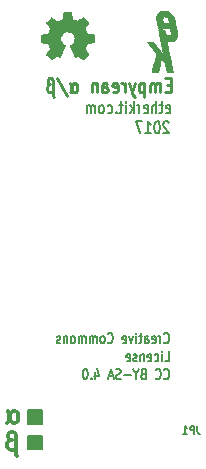
<source format=gbo>
G04 #@! TF.FileFunction,Legend,Bot*
%FSLAX46Y46*%
G04 Gerber Fmt 4.6, Leading zero omitted, Abs format (unit mm)*
G04 Created by KiCad (PCBNEW 4.0.6-e0-6349~53~ubuntu16.04.1) date Sat Mar  4 14:09:25 2017*
%MOMM*%
%LPD*%
G01*
G04 APERTURE LIST*
%ADD10C,0.100000*%
%ADD11C,0.175000*%
%ADD12C,0.200000*%
%ADD13C,0.250000*%
%ADD14C,0.300000*%
%ADD15C,0.002540*%
%ADD16C,0.150000*%
G04 APERTURE END LIST*
D10*
D11*
X138883333Y-135246429D02*
X138916667Y-135289286D01*
X139016667Y-135332143D01*
X139083333Y-135332143D01*
X139183333Y-135289286D01*
X139250000Y-135203571D01*
X139283333Y-135117857D01*
X139316667Y-134946429D01*
X139316667Y-134817857D01*
X139283333Y-134646429D01*
X139250000Y-134560714D01*
X139183333Y-134475000D01*
X139083333Y-134432143D01*
X139016667Y-134432143D01*
X138916667Y-134475000D01*
X138883333Y-134517857D01*
X138583333Y-135332143D02*
X138583333Y-134732143D01*
X138583333Y-134903571D02*
X138550000Y-134817857D01*
X138516667Y-134775000D01*
X138450000Y-134732143D01*
X138383333Y-134732143D01*
X137883334Y-135289286D02*
X137950000Y-135332143D01*
X138083334Y-135332143D01*
X138150000Y-135289286D01*
X138183334Y-135203571D01*
X138183334Y-134860714D01*
X138150000Y-134775000D01*
X138083334Y-134732143D01*
X137950000Y-134732143D01*
X137883334Y-134775000D01*
X137850000Y-134860714D01*
X137850000Y-134946429D01*
X138183334Y-135032143D01*
X137250000Y-135332143D02*
X137250000Y-134860714D01*
X137283334Y-134775000D01*
X137350000Y-134732143D01*
X137483334Y-134732143D01*
X137550000Y-134775000D01*
X137250000Y-135289286D02*
X137316667Y-135332143D01*
X137483334Y-135332143D01*
X137550000Y-135289286D01*
X137583334Y-135203571D01*
X137583334Y-135117857D01*
X137550000Y-135032143D01*
X137483334Y-134989286D01*
X137316667Y-134989286D01*
X137250000Y-134946429D01*
X137016667Y-134732143D02*
X136750001Y-134732143D01*
X136916667Y-134432143D02*
X136916667Y-135203571D01*
X136883334Y-135289286D01*
X136816667Y-135332143D01*
X136750001Y-135332143D01*
X136516667Y-135332143D02*
X136516667Y-134732143D01*
X136516667Y-134432143D02*
X136550001Y-134475000D01*
X136516667Y-134517857D01*
X136483334Y-134475000D01*
X136516667Y-134432143D01*
X136516667Y-134517857D01*
X136250001Y-134732143D02*
X136083334Y-135332143D01*
X135916668Y-134732143D01*
X135383335Y-135289286D02*
X135450001Y-135332143D01*
X135583335Y-135332143D01*
X135650001Y-135289286D01*
X135683335Y-135203571D01*
X135683335Y-134860714D01*
X135650001Y-134775000D01*
X135583335Y-134732143D01*
X135450001Y-134732143D01*
X135383335Y-134775000D01*
X135350001Y-134860714D01*
X135350001Y-134946429D01*
X135683335Y-135032143D01*
X134116668Y-135246429D02*
X134150002Y-135289286D01*
X134250002Y-135332143D01*
X134316668Y-135332143D01*
X134416668Y-135289286D01*
X134483335Y-135203571D01*
X134516668Y-135117857D01*
X134550002Y-134946429D01*
X134550002Y-134817857D01*
X134516668Y-134646429D01*
X134483335Y-134560714D01*
X134416668Y-134475000D01*
X134316668Y-134432143D01*
X134250002Y-134432143D01*
X134150002Y-134475000D01*
X134116668Y-134517857D01*
X133716668Y-135332143D02*
X133783335Y-135289286D01*
X133816668Y-135246429D01*
X133850002Y-135160714D01*
X133850002Y-134903571D01*
X133816668Y-134817857D01*
X133783335Y-134775000D01*
X133716668Y-134732143D01*
X133616668Y-134732143D01*
X133550002Y-134775000D01*
X133516668Y-134817857D01*
X133483335Y-134903571D01*
X133483335Y-135160714D01*
X133516668Y-135246429D01*
X133550002Y-135289286D01*
X133616668Y-135332143D01*
X133716668Y-135332143D01*
X133183335Y-135332143D02*
X133183335Y-134732143D01*
X133183335Y-134817857D02*
X133150002Y-134775000D01*
X133083335Y-134732143D01*
X132983335Y-134732143D01*
X132916669Y-134775000D01*
X132883335Y-134860714D01*
X132883335Y-135332143D01*
X132883335Y-134860714D02*
X132850002Y-134775000D01*
X132783335Y-134732143D01*
X132683335Y-134732143D01*
X132616669Y-134775000D01*
X132583335Y-134860714D01*
X132583335Y-135332143D01*
X132250002Y-135332143D02*
X132250002Y-134732143D01*
X132250002Y-134817857D02*
X132216669Y-134775000D01*
X132150002Y-134732143D01*
X132050002Y-134732143D01*
X131983336Y-134775000D01*
X131950002Y-134860714D01*
X131950002Y-135332143D01*
X131950002Y-134860714D02*
X131916669Y-134775000D01*
X131850002Y-134732143D01*
X131750002Y-134732143D01*
X131683336Y-134775000D01*
X131650002Y-134860714D01*
X131650002Y-135332143D01*
X131216669Y-135332143D02*
X131283336Y-135289286D01*
X131316669Y-135246429D01*
X131350003Y-135160714D01*
X131350003Y-134903571D01*
X131316669Y-134817857D01*
X131283336Y-134775000D01*
X131216669Y-134732143D01*
X131116669Y-134732143D01*
X131050003Y-134775000D01*
X131016669Y-134817857D01*
X130983336Y-134903571D01*
X130983336Y-135160714D01*
X131016669Y-135246429D01*
X131050003Y-135289286D01*
X131116669Y-135332143D01*
X131216669Y-135332143D01*
X130683336Y-134732143D02*
X130683336Y-135332143D01*
X130683336Y-134817857D02*
X130650003Y-134775000D01*
X130583336Y-134732143D01*
X130483336Y-134732143D01*
X130416670Y-134775000D01*
X130383336Y-134860714D01*
X130383336Y-135332143D01*
X130083337Y-135289286D02*
X130016670Y-135332143D01*
X129883337Y-135332143D01*
X129816670Y-135289286D01*
X129783337Y-135203571D01*
X129783337Y-135160714D01*
X129816670Y-135075000D01*
X129883337Y-135032143D01*
X129983337Y-135032143D01*
X130050003Y-134989286D01*
X130083337Y-134903571D01*
X130083337Y-134860714D01*
X130050003Y-134775000D01*
X129983337Y-134732143D01*
X129883337Y-134732143D01*
X129816670Y-134775000D01*
X138950000Y-136857143D02*
X139283333Y-136857143D01*
X139283333Y-135957143D01*
X138716666Y-136857143D02*
X138716666Y-136257143D01*
X138716666Y-135957143D02*
X138750000Y-136000000D01*
X138716666Y-136042857D01*
X138683333Y-136000000D01*
X138716666Y-135957143D01*
X138716666Y-136042857D01*
X138083333Y-136814286D02*
X138150000Y-136857143D01*
X138283333Y-136857143D01*
X138350000Y-136814286D01*
X138383333Y-136771429D01*
X138416667Y-136685714D01*
X138416667Y-136428571D01*
X138383333Y-136342857D01*
X138350000Y-136300000D01*
X138283333Y-136257143D01*
X138150000Y-136257143D01*
X138083333Y-136300000D01*
X137516667Y-136814286D02*
X137583333Y-136857143D01*
X137716667Y-136857143D01*
X137783333Y-136814286D01*
X137816667Y-136728571D01*
X137816667Y-136385714D01*
X137783333Y-136300000D01*
X137716667Y-136257143D01*
X137583333Y-136257143D01*
X137516667Y-136300000D01*
X137483333Y-136385714D01*
X137483333Y-136471429D01*
X137816667Y-136557143D01*
X137183333Y-136257143D02*
X137183333Y-136857143D01*
X137183333Y-136342857D02*
X137150000Y-136300000D01*
X137083333Y-136257143D01*
X136983333Y-136257143D01*
X136916667Y-136300000D01*
X136883333Y-136385714D01*
X136883333Y-136857143D01*
X136583334Y-136814286D02*
X136516667Y-136857143D01*
X136383334Y-136857143D01*
X136316667Y-136814286D01*
X136283334Y-136728571D01*
X136283334Y-136685714D01*
X136316667Y-136600000D01*
X136383334Y-136557143D01*
X136483334Y-136557143D01*
X136550000Y-136514286D01*
X136583334Y-136428571D01*
X136583334Y-136385714D01*
X136550000Y-136300000D01*
X136483334Y-136257143D01*
X136383334Y-136257143D01*
X136316667Y-136300000D01*
X135716667Y-136814286D02*
X135783333Y-136857143D01*
X135916667Y-136857143D01*
X135983333Y-136814286D01*
X136016667Y-136728571D01*
X136016667Y-136385714D01*
X135983333Y-136300000D01*
X135916667Y-136257143D01*
X135783333Y-136257143D01*
X135716667Y-136300000D01*
X135683333Y-136385714D01*
X135683333Y-136471429D01*
X136016667Y-136557143D01*
X138883333Y-138296429D02*
X138916667Y-138339286D01*
X139016667Y-138382143D01*
X139083333Y-138382143D01*
X139183333Y-138339286D01*
X139250000Y-138253571D01*
X139283333Y-138167857D01*
X139316667Y-137996429D01*
X139316667Y-137867857D01*
X139283333Y-137696429D01*
X139250000Y-137610714D01*
X139183333Y-137525000D01*
X139083333Y-137482143D01*
X139016667Y-137482143D01*
X138916667Y-137525000D01*
X138883333Y-137567857D01*
X138183333Y-138296429D02*
X138216667Y-138339286D01*
X138316667Y-138382143D01*
X138383333Y-138382143D01*
X138483333Y-138339286D01*
X138550000Y-138253571D01*
X138583333Y-138167857D01*
X138616667Y-137996429D01*
X138616667Y-137867857D01*
X138583333Y-137696429D01*
X138550000Y-137610714D01*
X138483333Y-137525000D01*
X138383333Y-137482143D01*
X138316667Y-137482143D01*
X138216667Y-137525000D01*
X138183333Y-137567857D01*
X137116667Y-137910714D02*
X137016667Y-137953571D01*
X136983334Y-137996429D01*
X136950000Y-138082143D01*
X136950000Y-138210714D01*
X136983334Y-138296429D01*
X137016667Y-138339286D01*
X137083334Y-138382143D01*
X137350000Y-138382143D01*
X137350000Y-137482143D01*
X137116667Y-137482143D01*
X137050000Y-137525000D01*
X137016667Y-137567857D01*
X136983334Y-137653571D01*
X136983334Y-137739286D01*
X137016667Y-137825000D01*
X137050000Y-137867857D01*
X137116667Y-137910714D01*
X137350000Y-137910714D01*
X136516667Y-137953571D02*
X136516667Y-138382143D01*
X136750000Y-137482143D02*
X136516667Y-137953571D01*
X136283334Y-137482143D01*
X136050000Y-138039286D02*
X135516667Y-138039286D01*
X135216667Y-138339286D02*
X135116667Y-138382143D01*
X134950000Y-138382143D01*
X134883333Y-138339286D01*
X134850000Y-138296429D01*
X134816667Y-138210714D01*
X134816667Y-138125000D01*
X134850000Y-138039286D01*
X134883333Y-137996429D01*
X134950000Y-137953571D01*
X135083333Y-137910714D01*
X135150000Y-137867857D01*
X135183333Y-137825000D01*
X135216667Y-137739286D01*
X135216667Y-137653571D01*
X135183333Y-137567857D01*
X135150000Y-137525000D01*
X135083333Y-137482143D01*
X134916667Y-137482143D01*
X134816667Y-137525000D01*
X134550000Y-138125000D02*
X134216666Y-138125000D01*
X134616666Y-138382143D02*
X134383333Y-137482143D01*
X134150000Y-138382143D01*
X133083333Y-137782143D02*
X133083333Y-138382143D01*
X133250000Y-137439286D02*
X133416667Y-138082143D01*
X132983333Y-138082143D01*
X132716666Y-138296429D02*
X132683333Y-138339286D01*
X132716666Y-138382143D01*
X132750000Y-138339286D01*
X132716666Y-138296429D01*
X132716666Y-138382143D01*
X132250000Y-137482143D02*
X132183333Y-137482143D01*
X132116667Y-137525000D01*
X132083333Y-137567857D01*
X132050000Y-137653571D01*
X132016667Y-137825000D01*
X132016667Y-138039286D01*
X132050000Y-138210714D01*
X132083333Y-138296429D01*
X132116667Y-138339286D01*
X132183333Y-138382143D01*
X132250000Y-138382143D01*
X132316667Y-138339286D01*
X132350000Y-138296429D01*
X132383333Y-138210714D01*
X132416667Y-138039286D01*
X132416667Y-137825000D01*
X132383333Y-137653571D01*
X132350000Y-137567857D01*
X132316667Y-137525000D01*
X132250000Y-137482143D01*
D12*
X139297619Y-116647619D02*
X139259524Y-116600000D01*
X139183333Y-116552381D01*
X138992857Y-116552381D01*
X138916667Y-116600000D01*
X138878571Y-116647619D01*
X138840476Y-116742857D01*
X138840476Y-116838095D01*
X138878571Y-116980952D01*
X139335714Y-117552381D01*
X138840476Y-117552381D01*
X138345238Y-116552381D02*
X138269047Y-116552381D01*
X138192857Y-116600000D01*
X138154762Y-116647619D01*
X138116666Y-116742857D01*
X138078571Y-116933333D01*
X138078571Y-117171429D01*
X138116666Y-117361905D01*
X138154762Y-117457143D01*
X138192857Y-117504762D01*
X138269047Y-117552381D01*
X138345238Y-117552381D01*
X138421428Y-117504762D01*
X138459524Y-117457143D01*
X138497619Y-117361905D01*
X138535714Y-117171429D01*
X138535714Y-116933333D01*
X138497619Y-116742857D01*
X138459524Y-116647619D01*
X138421428Y-116600000D01*
X138345238Y-116552381D01*
X137316666Y-117552381D02*
X137773809Y-117552381D01*
X137545238Y-117552381D02*
X137545238Y-116552381D01*
X137621428Y-116695238D01*
X137697619Y-116790476D01*
X137773809Y-116838095D01*
X137049999Y-116552381D02*
X136516666Y-116552381D01*
X136859523Y-117552381D01*
X139054762Y-115804762D02*
X139130952Y-115852381D01*
X139283333Y-115852381D01*
X139359524Y-115804762D01*
X139397619Y-115709524D01*
X139397619Y-115328571D01*
X139359524Y-115233333D01*
X139283333Y-115185714D01*
X139130952Y-115185714D01*
X139054762Y-115233333D01*
X139016667Y-115328571D01*
X139016667Y-115423810D01*
X139397619Y-115519048D01*
X138788096Y-115185714D02*
X138483334Y-115185714D01*
X138673810Y-114852381D02*
X138673810Y-115709524D01*
X138635715Y-115804762D01*
X138559524Y-115852381D01*
X138483334Y-115852381D01*
X138216667Y-115852381D02*
X138216667Y-114852381D01*
X137873810Y-115852381D02*
X137873810Y-115328571D01*
X137911905Y-115233333D01*
X137988095Y-115185714D01*
X138102381Y-115185714D01*
X138178572Y-115233333D01*
X138216667Y-115280952D01*
X137188095Y-115804762D02*
X137264285Y-115852381D01*
X137416666Y-115852381D01*
X137492857Y-115804762D01*
X137530952Y-115709524D01*
X137530952Y-115328571D01*
X137492857Y-115233333D01*
X137416666Y-115185714D01*
X137264285Y-115185714D01*
X137188095Y-115233333D01*
X137150000Y-115328571D01*
X137150000Y-115423810D01*
X137530952Y-115519048D01*
X136807143Y-115852381D02*
X136807143Y-115185714D01*
X136807143Y-115376190D02*
X136769048Y-115280952D01*
X136730952Y-115233333D01*
X136654762Y-115185714D01*
X136578571Y-115185714D01*
X136311905Y-115852381D02*
X136311905Y-114852381D01*
X136235714Y-115471429D02*
X136007143Y-115852381D01*
X136007143Y-115185714D02*
X136311905Y-115566667D01*
X135664286Y-115852381D02*
X135664286Y-115185714D01*
X135664286Y-114852381D02*
X135702381Y-114900000D01*
X135664286Y-114947619D01*
X135626191Y-114900000D01*
X135664286Y-114852381D01*
X135664286Y-114947619D01*
X135397620Y-115185714D02*
X135092858Y-115185714D01*
X135283334Y-114852381D02*
X135283334Y-115709524D01*
X135245239Y-115804762D01*
X135169048Y-115852381D01*
X135092858Y-115852381D01*
X134826191Y-115757143D02*
X134788096Y-115804762D01*
X134826191Y-115852381D01*
X134864286Y-115804762D01*
X134826191Y-115757143D01*
X134826191Y-115852381D01*
X134102382Y-115804762D02*
X134178572Y-115852381D01*
X134330953Y-115852381D01*
X134407144Y-115804762D01*
X134445239Y-115757143D01*
X134483334Y-115661905D01*
X134483334Y-115376190D01*
X134445239Y-115280952D01*
X134407144Y-115233333D01*
X134330953Y-115185714D01*
X134178572Y-115185714D01*
X134102382Y-115233333D01*
X133645239Y-115852381D02*
X133721430Y-115804762D01*
X133759525Y-115757143D01*
X133797620Y-115661905D01*
X133797620Y-115376190D01*
X133759525Y-115280952D01*
X133721430Y-115233333D01*
X133645239Y-115185714D01*
X133530953Y-115185714D01*
X133454763Y-115233333D01*
X133416668Y-115280952D01*
X133378572Y-115376190D01*
X133378572Y-115661905D01*
X133416668Y-115757143D01*
X133454763Y-115804762D01*
X133530953Y-115852381D01*
X133645239Y-115852381D01*
X133035715Y-115852381D02*
X133035715Y-115185714D01*
X133035715Y-115280952D02*
X132997620Y-115233333D01*
X132921429Y-115185714D01*
X132807143Y-115185714D01*
X132730953Y-115233333D01*
X132692858Y-115328571D01*
X132692858Y-115852381D01*
X132692858Y-115328571D02*
X132654762Y-115233333D01*
X132578572Y-115185714D01*
X132464286Y-115185714D01*
X132388096Y-115233333D01*
X132350001Y-115328571D01*
X132350001Y-115852381D01*
D13*
X139464286Y-113464286D02*
X139130952Y-113464286D01*
X138988095Y-114092857D02*
X139464286Y-114092857D01*
X139464286Y-112892857D01*
X138988095Y-112892857D01*
X138559524Y-114092857D02*
X138559524Y-113292857D01*
X138559524Y-113407143D02*
X138511905Y-113350000D01*
X138416667Y-113292857D01*
X138273809Y-113292857D01*
X138178571Y-113350000D01*
X138130952Y-113464286D01*
X138130952Y-114092857D01*
X138130952Y-113464286D02*
X138083333Y-113350000D01*
X137988095Y-113292857D01*
X137845238Y-113292857D01*
X137750000Y-113350000D01*
X137702381Y-113464286D01*
X137702381Y-114092857D01*
X137226191Y-113292857D02*
X137226191Y-114492857D01*
X137226191Y-113350000D02*
X137130953Y-113292857D01*
X136940476Y-113292857D01*
X136845238Y-113350000D01*
X136797619Y-113407143D01*
X136750000Y-113521429D01*
X136750000Y-113864286D01*
X136797619Y-113978571D01*
X136845238Y-114035714D01*
X136940476Y-114092857D01*
X137130953Y-114092857D01*
X137226191Y-114035714D01*
X136416667Y-113292857D02*
X136178572Y-114092857D01*
X135940476Y-113292857D02*
X136178572Y-114092857D01*
X136273810Y-114378571D01*
X136321429Y-114435714D01*
X136416667Y-114492857D01*
X135559524Y-114092857D02*
X135559524Y-113292857D01*
X135559524Y-113521429D02*
X135511905Y-113407143D01*
X135464286Y-113350000D01*
X135369048Y-113292857D01*
X135273809Y-113292857D01*
X134559523Y-114035714D02*
X134654761Y-114092857D01*
X134845238Y-114092857D01*
X134940476Y-114035714D01*
X134988095Y-113921429D01*
X134988095Y-113464286D01*
X134940476Y-113350000D01*
X134845238Y-113292857D01*
X134654761Y-113292857D01*
X134559523Y-113350000D01*
X134511904Y-113464286D01*
X134511904Y-113578571D01*
X134988095Y-113692857D01*
X133654761Y-114092857D02*
X133654761Y-113464286D01*
X133702380Y-113350000D01*
X133797618Y-113292857D01*
X133988095Y-113292857D01*
X134083333Y-113350000D01*
X133654761Y-114035714D02*
X133749999Y-114092857D01*
X133988095Y-114092857D01*
X134083333Y-114035714D01*
X134130952Y-113921429D01*
X134130952Y-113807143D01*
X134083333Y-113692857D01*
X133988095Y-113635714D01*
X133749999Y-113635714D01*
X133654761Y-113578571D01*
X133178571Y-113292857D02*
X133178571Y-114092857D01*
X133178571Y-113407143D02*
X133130952Y-113350000D01*
X133035714Y-113292857D01*
X132892856Y-113292857D01*
X132797618Y-113350000D01*
X132749999Y-113464286D01*
X132749999Y-114092857D01*
X130940475Y-113292857D02*
X131083332Y-113864286D01*
X131130951Y-113978571D01*
X131178570Y-114035714D01*
X131273809Y-114092857D01*
X131369047Y-114092857D01*
X131464285Y-114035714D01*
X131511904Y-113978571D01*
X131559523Y-113807143D01*
X131559523Y-113578571D01*
X131511904Y-113407143D01*
X131464285Y-113350000D01*
X131369047Y-113292857D01*
X131273809Y-113292857D01*
X131178570Y-113350000D01*
X131130951Y-113407143D01*
X131083332Y-113521429D01*
X131035713Y-113921429D01*
X130988094Y-114035714D01*
X130892856Y-114092857D01*
X129797618Y-112835714D02*
X130654761Y-114378571D01*
X129178570Y-113407143D02*
X129083332Y-113464286D01*
X129035713Y-113521429D01*
X128988094Y-113635714D01*
X128988094Y-113864286D01*
X129035713Y-113978571D01*
X129083332Y-114035714D01*
X129178570Y-114092857D01*
X129321428Y-114092857D01*
X129416666Y-114035714D01*
X129464285Y-113978571D01*
X129559523Y-114492857D02*
X129511904Y-114435714D01*
X129464285Y-114321429D01*
X129464285Y-113064286D01*
X129416666Y-112950000D01*
X129321428Y-112892857D01*
X129178570Y-112892857D01*
X129083332Y-112950000D01*
X129035713Y-113064286D01*
X129035713Y-113235714D01*
X129083332Y-113350000D01*
X129178570Y-113407143D01*
X129273809Y-113407143D01*
D14*
X125892857Y-143521429D02*
X125750000Y-143592857D01*
X125678571Y-143664286D01*
X125607142Y-143807143D01*
X125607142Y-144092857D01*
X125678571Y-144235714D01*
X125750000Y-144307143D01*
X125892857Y-144378571D01*
X126107142Y-144378571D01*
X126250000Y-144307143D01*
X126321428Y-144235714D01*
X126464285Y-144878571D02*
X126392857Y-144807143D01*
X126321428Y-144664286D01*
X126321428Y-143092857D01*
X126250000Y-142950000D01*
X126107142Y-142878571D01*
X125892857Y-142878571D01*
X125750000Y-142950000D01*
X125678571Y-143092857D01*
X125678571Y-143307143D01*
X125750000Y-143450000D01*
X125892857Y-143521429D01*
X126035714Y-143521429D01*
X125635714Y-141078571D02*
X125850000Y-141792857D01*
X125921429Y-141935714D01*
X125992857Y-142007143D01*
X126135714Y-142078571D01*
X126278571Y-142078571D01*
X126421429Y-142007143D01*
X126492857Y-141935714D01*
X126564286Y-141721429D01*
X126564286Y-141435714D01*
X126492857Y-141221429D01*
X126421429Y-141150000D01*
X126278571Y-141078571D01*
X126135714Y-141078571D01*
X125992857Y-141150000D01*
X125921429Y-141221429D01*
X125850000Y-141364286D01*
X125778571Y-141864286D01*
X125707143Y-142007143D01*
X125564286Y-142078571D01*
D15*
G36*
X132048740Y-111298980D02*
X132025880Y-111286280D01*
X131972540Y-111253260D01*
X131898880Y-111205000D01*
X131809980Y-111146580D01*
X131723620Y-111085620D01*
X131649960Y-111037360D01*
X131599160Y-111004340D01*
X131578840Y-110994180D01*
X131566140Y-110996720D01*
X131525500Y-111017040D01*
X131464540Y-111050060D01*
X131428980Y-111067840D01*
X131373100Y-111090700D01*
X131345160Y-111095780D01*
X131340080Y-111088160D01*
X131319760Y-111047520D01*
X131289280Y-110973860D01*
X131246100Y-110877340D01*
X131197840Y-110763040D01*
X131147040Y-110641120D01*
X131093700Y-110519200D01*
X131045440Y-110399820D01*
X131002260Y-110293140D01*
X130966700Y-110206780D01*
X130943840Y-110145820D01*
X130936220Y-110120420D01*
X130938760Y-110115340D01*
X130966700Y-110087400D01*
X131014960Y-110051840D01*
X131119100Y-109965480D01*
X131223240Y-109835940D01*
X131286740Y-109688620D01*
X131309600Y-109523520D01*
X131291820Y-109373660D01*
X131230860Y-109228880D01*
X131129260Y-109096800D01*
X131004800Y-109000280D01*
X130862560Y-108936780D01*
X130700000Y-108916460D01*
X130545060Y-108934240D01*
X130397740Y-108992660D01*
X130265660Y-109094260D01*
X130209780Y-109157760D01*
X130133580Y-109289840D01*
X130090400Y-109432080D01*
X130085320Y-109467640D01*
X130092940Y-109625120D01*
X130138660Y-109774980D01*
X130219940Y-109907060D01*
X130334240Y-110018820D01*
X130349480Y-110028980D01*
X130402820Y-110067080D01*
X130438380Y-110095020D01*
X130466320Y-110117880D01*
X130268200Y-110597940D01*
X130235180Y-110674140D01*
X130181840Y-110803680D01*
X130133580Y-110917980D01*
X130092940Y-111006880D01*
X130067540Y-111067840D01*
X130054840Y-111090700D01*
X130054840Y-111093240D01*
X130037060Y-111095780D01*
X130001500Y-111083080D01*
X129932920Y-111050060D01*
X129889740Y-111027200D01*
X129838940Y-111001800D01*
X129816080Y-110994180D01*
X129795760Y-111004340D01*
X129747500Y-111034820D01*
X129676380Y-111083080D01*
X129590020Y-111141500D01*
X129508740Y-111197380D01*
X129435080Y-111245640D01*
X129379200Y-111281200D01*
X129353800Y-111296440D01*
X129348720Y-111296440D01*
X129325860Y-111283740D01*
X129282680Y-111245640D01*
X129216640Y-111184680D01*
X129125200Y-111093240D01*
X129109960Y-111080540D01*
X129033760Y-111001800D01*
X128972800Y-110938300D01*
X128932160Y-110892580D01*
X128916920Y-110869720D01*
X128916920Y-110869720D01*
X128929620Y-110844320D01*
X128965180Y-110790980D01*
X129013440Y-110714780D01*
X129074400Y-110625880D01*
X129234420Y-110394740D01*
X129145520Y-110176300D01*
X129120120Y-110110260D01*
X129084560Y-110028980D01*
X129059160Y-109973100D01*
X129046460Y-109947700D01*
X129023600Y-109937540D01*
X128965180Y-109924840D01*
X128878820Y-109907060D01*
X128774680Y-109886740D01*
X128675620Y-109868960D01*
X128589260Y-109851180D01*
X128523220Y-109838480D01*
X128495280Y-109833400D01*
X128487660Y-109830860D01*
X128482580Y-109815620D01*
X128480040Y-109785140D01*
X128477500Y-109731800D01*
X128474960Y-109647980D01*
X128474960Y-109523520D01*
X128474960Y-109510820D01*
X128477500Y-109393980D01*
X128477500Y-109300000D01*
X128482580Y-109241580D01*
X128485120Y-109216180D01*
X128485120Y-109216180D01*
X128513060Y-109211100D01*
X128576560Y-109195860D01*
X128665460Y-109180620D01*
X128769600Y-109160300D01*
X128777220Y-109157760D01*
X128881360Y-109137440D01*
X128970260Y-109119660D01*
X129031220Y-109104420D01*
X129059160Y-109096800D01*
X129064240Y-109089180D01*
X129084560Y-109048540D01*
X129115040Y-108982500D01*
X129150600Y-108903760D01*
X129183620Y-108819940D01*
X129214100Y-108746280D01*
X129234420Y-108690400D01*
X129239500Y-108665000D01*
X129239500Y-108665000D01*
X129224260Y-108639600D01*
X129188700Y-108586260D01*
X129137900Y-108510060D01*
X129074400Y-108421160D01*
X129071860Y-108413540D01*
X129010900Y-108324640D01*
X128960100Y-108248440D01*
X128929620Y-108195100D01*
X128916920Y-108172240D01*
X128916920Y-108169700D01*
X128937240Y-108144300D01*
X128982960Y-108093500D01*
X129046460Y-108024920D01*
X129125200Y-107946180D01*
X129150600Y-107920780D01*
X129236960Y-107836960D01*
X129295380Y-107781080D01*
X129333480Y-107753140D01*
X129351260Y-107745520D01*
X129351260Y-107745520D01*
X129379200Y-107763300D01*
X129435080Y-107798860D01*
X129511280Y-107852200D01*
X129602720Y-107913160D01*
X129607800Y-107915700D01*
X129696700Y-107976660D01*
X129770360Y-108027460D01*
X129823700Y-108063020D01*
X129846560Y-108075720D01*
X129851640Y-108075720D01*
X129887200Y-108065560D01*
X129950700Y-108042700D01*
X130026900Y-108012220D01*
X130110720Y-107979200D01*
X130184380Y-107948720D01*
X130240260Y-107923320D01*
X130268200Y-107908080D01*
X130268200Y-107905540D01*
X130278360Y-107875060D01*
X130293600Y-107809020D01*
X130311380Y-107717580D01*
X130331700Y-107608360D01*
X130336780Y-107590580D01*
X130357100Y-107483900D01*
X130372340Y-107397540D01*
X130385040Y-107336580D01*
X130392660Y-107311180D01*
X130407900Y-107308640D01*
X130458700Y-107303560D01*
X130537440Y-107301020D01*
X130633960Y-107301020D01*
X130733020Y-107301020D01*
X130832080Y-107303560D01*
X130915900Y-107306100D01*
X130974320Y-107311180D01*
X130999720Y-107316260D01*
X131002260Y-107316260D01*
X131009880Y-107349280D01*
X131025120Y-107415320D01*
X131042900Y-107509300D01*
X131065760Y-107618520D01*
X131068300Y-107636300D01*
X131088620Y-107742980D01*
X131106400Y-107829340D01*
X131119100Y-107890300D01*
X131126720Y-107913160D01*
X131134340Y-107918240D01*
X131180060Y-107936020D01*
X131251180Y-107966500D01*
X131337540Y-108002060D01*
X131540740Y-108083340D01*
X131792200Y-107913160D01*
X131815060Y-107897920D01*
X131903960Y-107836960D01*
X131977620Y-107786160D01*
X132028420Y-107753140D01*
X132051280Y-107742980D01*
X132051280Y-107742980D01*
X132076680Y-107765840D01*
X132127480Y-107811560D01*
X132193520Y-107877600D01*
X132272260Y-107956340D01*
X132330680Y-108012220D01*
X132399260Y-108083340D01*
X132444980Y-108131600D01*
X132467840Y-108162080D01*
X132475460Y-108179860D01*
X132472920Y-108192560D01*
X132457680Y-108217960D01*
X132422120Y-108271300D01*
X132368780Y-108347500D01*
X132307820Y-108436400D01*
X132259560Y-108510060D01*
X132203680Y-108593880D01*
X132168120Y-108654840D01*
X132157960Y-108682780D01*
X132160500Y-108695480D01*
X132178280Y-108743740D01*
X132206220Y-108817400D01*
X132244320Y-108906300D01*
X132330680Y-109104420D01*
X132460220Y-109129820D01*
X132538960Y-109142520D01*
X132650720Y-109165380D01*
X132754860Y-109185700D01*
X132919960Y-109216180D01*
X132925040Y-109818160D01*
X132899640Y-109828320D01*
X132874240Y-109835940D01*
X132813280Y-109848640D01*
X132726920Y-109866420D01*
X132625320Y-109886740D01*
X132538960Y-109901980D01*
X132450060Y-109919760D01*
X132386560Y-109932460D01*
X132358620Y-109937540D01*
X132351000Y-109947700D01*
X132330680Y-109988340D01*
X132297660Y-110056920D01*
X132264640Y-110138200D01*
X132229080Y-110222020D01*
X132198600Y-110300760D01*
X132175740Y-110359180D01*
X132168120Y-110392200D01*
X132180820Y-110415060D01*
X132213840Y-110465860D01*
X132262100Y-110539520D01*
X132320520Y-110625880D01*
X132381480Y-110714780D01*
X132432280Y-110788440D01*
X132465300Y-110841780D01*
X132480540Y-110867180D01*
X132472920Y-110884960D01*
X132439900Y-110925600D01*
X132373860Y-110994180D01*
X132274800Y-111090700D01*
X132259560Y-111105940D01*
X132180820Y-111182140D01*
X132114780Y-111243100D01*
X132069060Y-111283740D01*
X132048740Y-111298980D01*
X132048740Y-111298980D01*
G37*
X132048740Y-111298980D02*
X132025880Y-111286280D01*
X131972540Y-111253260D01*
X131898880Y-111205000D01*
X131809980Y-111146580D01*
X131723620Y-111085620D01*
X131649960Y-111037360D01*
X131599160Y-111004340D01*
X131578840Y-110994180D01*
X131566140Y-110996720D01*
X131525500Y-111017040D01*
X131464540Y-111050060D01*
X131428980Y-111067840D01*
X131373100Y-111090700D01*
X131345160Y-111095780D01*
X131340080Y-111088160D01*
X131319760Y-111047520D01*
X131289280Y-110973860D01*
X131246100Y-110877340D01*
X131197840Y-110763040D01*
X131147040Y-110641120D01*
X131093700Y-110519200D01*
X131045440Y-110399820D01*
X131002260Y-110293140D01*
X130966700Y-110206780D01*
X130943840Y-110145820D01*
X130936220Y-110120420D01*
X130938760Y-110115340D01*
X130966700Y-110087400D01*
X131014960Y-110051840D01*
X131119100Y-109965480D01*
X131223240Y-109835940D01*
X131286740Y-109688620D01*
X131309600Y-109523520D01*
X131291820Y-109373660D01*
X131230860Y-109228880D01*
X131129260Y-109096800D01*
X131004800Y-109000280D01*
X130862560Y-108936780D01*
X130700000Y-108916460D01*
X130545060Y-108934240D01*
X130397740Y-108992660D01*
X130265660Y-109094260D01*
X130209780Y-109157760D01*
X130133580Y-109289840D01*
X130090400Y-109432080D01*
X130085320Y-109467640D01*
X130092940Y-109625120D01*
X130138660Y-109774980D01*
X130219940Y-109907060D01*
X130334240Y-110018820D01*
X130349480Y-110028980D01*
X130402820Y-110067080D01*
X130438380Y-110095020D01*
X130466320Y-110117880D01*
X130268200Y-110597940D01*
X130235180Y-110674140D01*
X130181840Y-110803680D01*
X130133580Y-110917980D01*
X130092940Y-111006880D01*
X130067540Y-111067840D01*
X130054840Y-111090700D01*
X130054840Y-111093240D01*
X130037060Y-111095780D01*
X130001500Y-111083080D01*
X129932920Y-111050060D01*
X129889740Y-111027200D01*
X129838940Y-111001800D01*
X129816080Y-110994180D01*
X129795760Y-111004340D01*
X129747500Y-111034820D01*
X129676380Y-111083080D01*
X129590020Y-111141500D01*
X129508740Y-111197380D01*
X129435080Y-111245640D01*
X129379200Y-111281200D01*
X129353800Y-111296440D01*
X129348720Y-111296440D01*
X129325860Y-111283740D01*
X129282680Y-111245640D01*
X129216640Y-111184680D01*
X129125200Y-111093240D01*
X129109960Y-111080540D01*
X129033760Y-111001800D01*
X128972800Y-110938300D01*
X128932160Y-110892580D01*
X128916920Y-110869720D01*
X128916920Y-110869720D01*
X128929620Y-110844320D01*
X128965180Y-110790980D01*
X129013440Y-110714780D01*
X129074400Y-110625880D01*
X129234420Y-110394740D01*
X129145520Y-110176300D01*
X129120120Y-110110260D01*
X129084560Y-110028980D01*
X129059160Y-109973100D01*
X129046460Y-109947700D01*
X129023600Y-109937540D01*
X128965180Y-109924840D01*
X128878820Y-109907060D01*
X128774680Y-109886740D01*
X128675620Y-109868960D01*
X128589260Y-109851180D01*
X128523220Y-109838480D01*
X128495280Y-109833400D01*
X128487660Y-109830860D01*
X128482580Y-109815620D01*
X128480040Y-109785140D01*
X128477500Y-109731800D01*
X128474960Y-109647980D01*
X128474960Y-109523520D01*
X128474960Y-109510820D01*
X128477500Y-109393980D01*
X128477500Y-109300000D01*
X128482580Y-109241580D01*
X128485120Y-109216180D01*
X128485120Y-109216180D01*
X128513060Y-109211100D01*
X128576560Y-109195860D01*
X128665460Y-109180620D01*
X128769600Y-109160300D01*
X128777220Y-109157760D01*
X128881360Y-109137440D01*
X128970260Y-109119660D01*
X129031220Y-109104420D01*
X129059160Y-109096800D01*
X129064240Y-109089180D01*
X129084560Y-109048540D01*
X129115040Y-108982500D01*
X129150600Y-108903760D01*
X129183620Y-108819940D01*
X129214100Y-108746280D01*
X129234420Y-108690400D01*
X129239500Y-108665000D01*
X129239500Y-108665000D01*
X129224260Y-108639600D01*
X129188700Y-108586260D01*
X129137900Y-108510060D01*
X129074400Y-108421160D01*
X129071860Y-108413540D01*
X129010900Y-108324640D01*
X128960100Y-108248440D01*
X128929620Y-108195100D01*
X128916920Y-108172240D01*
X128916920Y-108169700D01*
X128937240Y-108144300D01*
X128982960Y-108093500D01*
X129046460Y-108024920D01*
X129125200Y-107946180D01*
X129150600Y-107920780D01*
X129236960Y-107836960D01*
X129295380Y-107781080D01*
X129333480Y-107753140D01*
X129351260Y-107745520D01*
X129351260Y-107745520D01*
X129379200Y-107763300D01*
X129435080Y-107798860D01*
X129511280Y-107852200D01*
X129602720Y-107913160D01*
X129607800Y-107915700D01*
X129696700Y-107976660D01*
X129770360Y-108027460D01*
X129823700Y-108063020D01*
X129846560Y-108075720D01*
X129851640Y-108075720D01*
X129887200Y-108065560D01*
X129950700Y-108042700D01*
X130026900Y-108012220D01*
X130110720Y-107979200D01*
X130184380Y-107948720D01*
X130240260Y-107923320D01*
X130268200Y-107908080D01*
X130268200Y-107905540D01*
X130278360Y-107875060D01*
X130293600Y-107809020D01*
X130311380Y-107717580D01*
X130331700Y-107608360D01*
X130336780Y-107590580D01*
X130357100Y-107483900D01*
X130372340Y-107397540D01*
X130385040Y-107336580D01*
X130392660Y-107311180D01*
X130407900Y-107308640D01*
X130458700Y-107303560D01*
X130537440Y-107301020D01*
X130633960Y-107301020D01*
X130733020Y-107301020D01*
X130832080Y-107303560D01*
X130915900Y-107306100D01*
X130974320Y-107311180D01*
X130999720Y-107316260D01*
X131002260Y-107316260D01*
X131009880Y-107349280D01*
X131025120Y-107415320D01*
X131042900Y-107509300D01*
X131065760Y-107618520D01*
X131068300Y-107636300D01*
X131088620Y-107742980D01*
X131106400Y-107829340D01*
X131119100Y-107890300D01*
X131126720Y-107913160D01*
X131134340Y-107918240D01*
X131180060Y-107936020D01*
X131251180Y-107966500D01*
X131337540Y-108002060D01*
X131540740Y-108083340D01*
X131792200Y-107913160D01*
X131815060Y-107897920D01*
X131903960Y-107836960D01*
X131977620Y-107786160D01*
X132028420Y-107753140D01*
X132051280Y-107742980D01*
X132051280Y-107742980D01*
X132076680Y-107765840D01*
X132127480Y-107811560D01*
X132193520Y-107877600D01*
X132272260Y-107956340D01*
X132330680Y-108012220D01*
X132399260Y-108083340D01*
X132444980Y-108131600D01*
X132467840Y-108162080D01*
X132475460Y-108179860D01*
X132472920Y-108192560D01*
X132457680Y-108217960D01*
X132422120Y-108271300D01*
X132368780Y-108347500D01*
X132307820Y-108436400D01*
X132259560Y-108510060D01*
X132203680Y-108593880D01*
X132168120Y-108654840D01*
X132157960Y-108682780D01*
X132160500Y-108695480D01*
X132178280Y-108743740D01*
X132206220Y-108817400D01*
X132244320Y-108906300D01*
X132330680Y-109104420D01*
X132460220Y-109129820D01*
X132538960Y-109142520D01*
X132650720Y-109165380D01*
X132754860Y-109185700D01*
X132919960Y-109216180D01*
X132925040Y-109818160D01*
X132899640Y-109828320D01*
X132874240Y-109835940D01*
X132813280Y-109848640D01*
X132726920Y-109866420D01*
X132625320Y-109886740D01*
X132538960Y-109901980D01*
X132450060Y-109919760D01*
X132386560Y-109932460D01*
X132358620Y-109937540D01*
X132351000Y-109947700D01*
X132330680Y-109988340D01*
X132297660Y-110056920D01*
X132264640Y-110138200D01*
X132229080Y-110222020D01*
X132198600Y-110300760D01*
X132175740Y-110359180D01*
X132168120Y-110392200D01*
X132180820Y-110415060D01*
X132213840Y-110465860D01*
X132262100Y-110539520D01*
X132320520Y-110625880D01*
X132381480Y-110714780D01*
X132432280Y-110788440D01*
X132465300Y-110841780D01*
X132480540Y-110867180D01*
X132472920Y-110884960D01*
X132439900Y-110925600D01*
X132373860Y-110994180D01*
X132274800Y-111090700D01*
X132259560Y-111105940D01*
X132180820Y-111182140D01*
X132114780Y-111243100D01*
X132069060Y-111283740D01*
X132048740Y-111298980D01*
G36*
X138118340Y-112356040D02*
X138077700Y-112356040D01*
X137950700Y-112353500D01*
X137866880Y-112348420D01*
X137836400Y-112340800D01*
X137841480Y-112320480D01*
X137859260Y-112249360D01*
X137892280Y-112129980D01*
X137932920Y-111975040D01*
X137983720Y-111789620D01*
X138082780Y-111428940D01*
X138136120Y-111238440D01*
X138179300Y-111070800D01*
X138214860Y-110941260D01*
X138237720Y-110852360D01*
X138245340Y-110816800D01*
X138245340Y-110814260D01*
X138217400Y-110773620D01*
X138158980Y-110692340D01*
X138072620Y-110580580D01*
X137965940Y-110445960D01*
X137844020Y-110293560D01*
X137442700Y-109798260D01*
X137955780Y-109798260D01*
X138377420Y-110339280D01*
X138433300Y-110407860D01*
X138550140Y-110557720D01*
X138651740Y-110687260D01*
X138733020Y-110788860D01*
X138783820Y-110852360D01*
X138804140Y-110875220D01*
X138801600Y-110859980D01*
X138788900Y-110788860D01*
X138766040Y-110669480D01*
X138735560Y-110509460D01*
X138697460Y-110311340D01*
X138654280Y-110087820D01*
X138606020Y-109843980D01*
X138573000Y-109671260D01*
X138524740Y-109437580D01*
X138484100Y-109229300D01*
X138451080Y-109051500D01*
X138425680Y-108914340D01*
X138407900Y-108825440D01*
X138402820Y-108787340D01*
X138402820Y-108779720D01*
X138415520Y-108769560D01*
X138453620Y-108764480D01*
X138529820Y-108764480D01*
X138656820Y-108764480D01*
X138910820Y-108769560D01*
X138936220Y-108894020D01*
X138964160Y-109010860D01*
X139004800Y-109094680D01*
X139063220Y-109163260D01*
X139103860Y-109198820D01*
X139174980Y-109236920D01*
X139263880Y-109247080D01*
X139268960Y-109247080D01*
X139340080Y-109236920D01*
X139398500Y-109198820D01*
X139408660Y-109188660D01*
X139446760Y-109140400D01*
X139462000Y-109081980D01*
X139454380Y-108990540D01*
X139431520Y-108855920D01*
X139411200Y-108764480D01*
X139395960Y-108688280D01*
X139390880Y-108657800D01*
X139375640Y-108655260D01*
X139309600Y-108655260D01*
X139235940Y-108652720D01*
X139235940Y-108226000D01*
X139286740Y-108220920D01*
X139304520Y-108213300D01*
X139307060Y-108200600D01*
X139301980Y-108185360D01*
X139286740Y-108119320D01*
X139266420Y-108025340D01*
X139256260Y-107984700D01*
X139228320Y-107885640D01*
X139200380Y-107817060D01*
X139192760Y-107804360D01*
X139121640Y-107725620D01*
X139025120Y-107677360D01*
X138920980Y-107662120D01*
X138832080Y-107682440D01*
X138768580Y-107743400D01*
X138766040Y-107748480D01*
X138748260Y-107837380D01*
X138753340Y-107961840D01*
X138776200Y-108101540D01*
X138804140Y-108218380D01*
X139058140Y-108223460D01*
X139141960Y-108226000D01*
X139235940Y-108226000D01*
X139235940Y-108652720D01*
X139197840Y-108652720D01*
X139053060Y-108652720D01*
X138880340Y-108650180D01*
X138372340Y-108650180D01*
X138362180Y-108614620D01*
X138359640Y-108607000D01*
X138336780Y-108500320D01*
X138311380Y-108360620D01*
X138283440Y-108208220D01*
X138255500Y-108055820D01*
X138235180Y-107921200D01*
X138219940Y-107814520D01*
X138212320Y-107756100D01*
X138214860Y-107725620D01*
X138250420Y-107545280D01*
X138339320Y-107387800D01*
X138466320Y-107260800D01*
X138626340Y-107184600D01*
X138644120Y-107179520D01*
X138763500Y-107161740D01*
X138903200Y-107161740D01*
X139027660Y-107176980D01*
X139147040Y-107212540D01*
X139329920Y-107314140D01*
X139497560Y-107456380D01*
X139634720Y-107624020D01*
X139728700Y-107804360D01*
X139736320Y-107827220D01*
X139756640Y-107916120D01*
X139784580Y-108045660D01*
X139820140Y-108203140D01*
X139855700Y-108378400D01*
X139891260Y-108558740D01*
X139924280Y-108731460D01*
X139952220Y-108881320D01*
X139972540Y-108998160D01*
X139982700Y-109069280D01*
X139982700Y-109170880D01*
X139962380Y-109335980D01*
X139911580Y-109473140D01*
X139891260Y-109506160D01*
X139774420Y-109635700D01*
X139616940Y-109727140D01*
X139434060Y-109772860D01*
X139238480Y-109767780D01*
X139215620Y-109765240D01*
X139144500Y-109755080D01*
X139114020Y-109755080D01*
X139114020Y-109762700D01*
X139124180Y-109823660D01*
X139147040Y-109935420D01*
X139177520Y-110090360D01*
X139215620Y-110288480D01*
X139258800Y-110517080D01*
X139309600Y-110771080D01*
X139393420Y-111187640D01*
X139446760Y-111451800D01*
X139495020Y-111695640D01*
X139535660Y-111909000D01*
X139571220Y-112089340D01*
X139596620Y-112223960D01*
X139611860Y-112312860D01*
X139614400Y-112343340D01*
X139611860Y-112345880D01*
X139566140Y-112350960D01*
X139477240Y-112353500D01*
X139357860Y-112356040D01*
X139253720Y-112356040D01*
X139169900Y-112353500D01*
X139126720Y-112348420D01*
X139106400Y-112338260D01*
X139101320Y-112320480D01*
X139096240Y-112295080D01*
X139078460Y-112216340D01*
X139058140Y-112102040D01*
X139030200Y-111964880D01*
X139022580Y-111924240D01*
X138987020Y-111761680D01*
X138959080Y-111660080D01*
X138938760Y-111611820D01*
X138928600Y-111601660D01*
X138852400Y-111515300D01*
X138773660Y-111426400D01*
X138700000Y-111350200D01*
X138649200Y-111296860D01*
X138628880Y-111276540D01*
X138623800Y-111291780D01*
X138608560Y-111357820D01*
X138585700Y-111469580D01*
X138555220Y-111614360D01*
X138522200Y-111782000D01*
X138496800Y-111898840D01*
X138463780Y-112056320D01*
X138438380Y-112188400D01*
X138418060Y-112279840D01*
X138410440Y-112320480D01*
X138407900Y-112323020D01*
X138402820Y-112338260D01*
X138382500Y-112348420D01*
X138336780Y-112353500D01*
X138252960Y-112356040D01*
X138118340Y-112356040D01*
X138118340Y-112356040D01*
G37*
X138118340Y-112356040D02*
X138077700Y-112356040D01*
X137950700Y-112353500D01*
X137866880Y-112348420D01*
X137836400Y-112340800D01*
X137841480Y-112320480D01*
X137859260Y-112249360D01*
X137892280Y-112129980D01*
X137932920Y-111975040D01*
X137983720Y-111789620D01*
X138082780Y-111428940D01*
X138136120Y-111238440D01*
X138179300Y-111070800D01*
X138214860Y-110941260D01*
X138237720Y-110852360D01*
X138245340Y-110816800D01*
X138245340Y-110814260D01*
X138217400Y-110773620D01*
X138158980Y-110692340D01*
X138072620Y-110580580D01*
X137965940Y-110445960D01*
X137844020Y-110293560D01*
X137442700Y-109798260D01*
X137955780Y-109798260D01*
X138377420Y-110339280D01*
X138433300Y-110407860D01*
X138550140Y-110557720D01*
X138651740Y-110687260D01*
X138733020Y-110788860D01*
X138783820Y-110852360D01*
X138804140Y-110875220D01*
X138801600Y-110859980D01*
X138788900Y-110788860D01*
X138766040Y-110669480D01*
X138735560Y-110509460D01*
X138697460Y-110311340D01*
X138654280Y-110087820D01*
X138606020Y-109843980D01*
X138573000Y-109671260D01*
X138524740Y-109437580D01*
X138484100Y-109229300D01*
X138451080Y-109051500D01*
X138425680Y-108914340D01*
X138407900Y-108825440D01*
X138402820Y-108787340D01*
X138402820Y-108779720D01*
X138415520Y-108769560D01*
X138453620Y-108764480D01*
X138529820Y-108764480D01*
X138656820Y-108764480D01*
X138910820Y-108769560D01*
X138936220Y-108894020D01*
X138964160Y-109010860D01*
X139004800Y-109094680D01*
X139063220Y-109163260D01*
X139103860Y-109198820D01*
X139174980Y-109236920D01*
X139263880Y-109247080D01*
X139268960Y-109247080D01*
X139340080Y-109236920D01*
X139398500Y-109198820D01*
X139408660Y-109188660D01*
X139446760Y-109140400D01*
X139462000Y-109081980D01*
X139454380Y-108990540D01*
X139431520Y-108855920D01*
X139411200Y-108764480D01*
X139395960Y-108688280D01*
X139390880Y-108657800D01*
X139375640Y-108655260D01*
X139309600Y-108655260D01*
X139235940Y-108652720D01*
X139235940Y-108226000D01*
X139286740Y-108220920D01*
X139304520Y-108213300D01*
X139307060Y-108200600D01*
X139301980Y-108185360D01*
X139286740Y-108119320D01*
X139266420Y-108025340D01*
X139256260Y-107984700D01*
X139228320Y-107885640D01*
X139200380Y-107817060D01*
X139192760Y-107804360D01*
X139121640Y-107725620D01*
X139025120Y-107677360D01*
X138920980Y-107662120D01*
X138832080Y-107682440D01*
X138768580Y-107743400D01*
X138766040Y-107748480D01*
X138748260Y-107837380D01*
X138753340Y-107961840D01*
X138776200Y-108101540D01*
X138804140Y-108218380D01*
X139058140Y-108223460D01*
X139141960Y-108226000D01*
X139235940Y-108226000D01*
X139235940Y-108652720D01*
X139197840Y-108652720D01*
X139053060Y-108652720D01*
X138880340Y-108650180D01*
X138372340Y-108650180D01*
X138362180Y-108614620D01*
X138359640Y-108607000D01*
X138336780Y-108500320D01*
X138311380Y-108360620D01*
X138283440Y-108208220D01*
X138255500Y-108055820D01*
X138235180Y-107921200D01*
X138219940Y-107814520D01*
X138212320Y-107756100D01*
X138214860Y-107725620D01*
X138250420Y-107545280D01*
X138339320Y-107387800D01*
X138466320Y-107260800D01*
X138626340Y-107184600D01*
X138644120Y-107179520D01*
X138763500Y-107161740D01*
X138903200Y-107161740D01*
X139027660Y-107176980D01*
X139147040Y-107212540D01*
X139329920Y-107314140D01*
X139497560Y-107456380D01*
X139634720Y-107624020D01*
X139728700Y-107804360D01*
X139736320Y-107827220D01*
X139756640Y-107916120D01*
X139784580Y-108045660D01*
X139820140Y-108203140D01*
X139855700Y-108378400D01*
X139891260Y-108558740D01*
X139924280Y-108731460D01*
X139952220Y-108881320D01*
X139972540Y-108998160D01*
X139982700Y-109069280D01*
X139982700Y-109170880D01*
X139962380Y-109335980D01*
X139911580Y-109473140D01*
X139891260Y-109506160D01*
X139774420Y-109635700D01*
X139616940Y-109727140D01*
X139434060Y-109772860D01*
X139238480Y-109767780D01*
X139215620Y-109765240D01*
X139144500Y-109755080D01*
X139114020Y-109755080D01*
X139114020Y-109762700D01*
X139124180Y-109823660D01*
X139147040Y-109935420D01*
X139177520Y-110090360D01*
X139215620Y-110288480D01*
X139258800Y-110517080D01*
X139309600Y-110771080D01*
X139393420Y-111187640D01*
X139446760Y-111451800D01*
X139495020Y-111695640D01*
X139535660Y-111909000D01*
X139571220Y-112089340D01*
X139596620Y-112223960D01*
X139611860Y-112312860D01*
X139614400Y-112343340D01*
X139611860Y-112345880D01*
X139566140Y-112350960D01*
X139477240Y-112353500D01*
X139357860Y-112356040D01*
X139253720Y-112356040D01*
X139169900Y-112353500D01*
X139126720Y-112348420D01*
X139106400Y-112338260D01*
X139101320Y-112320480D01*
X139096240Y-112295080D01*
X139078460Y-112216340D01*
X139058140Y-112102040D01*
X139030200Y-111964880D01*
X139022580Y-111924240D01*
X138987020Y-111761680D01*
X138959080Y-111660080D01*
X138938760Y-111611820D01*
X138928600Y-111601660D01*
X138852400Y-111515300D01*
X138773660Y-111426400D01*
X138700000Y-111350200D01*
X138649200Y-111296860D01*
X138628880Y-111276540D01*
X138623800Y-111291780D01*
X138608560Y-111357820D01*
X138585700Y-111469580D01*
X138555220Y-111614360D01*
X138522200Y-111782000D01*
X138496800Y-111898840D01*
X138463780Y-112056320D01*
X138438380Y-112188400D01*
X138418060Y-112279840D01*
X138410440Y-112320480D01*
X138407900Y-112323020D01*
X138402820Y-112338260D01*
X138382500Y-112348420D01*
X138336780Y-112353500D01*
X138252960Y-112356040D01*
X138118340Y-112356040D01*
D16*
X141700000Y-142371429D02*
X141700000Y-142800000D01*
X141728572Y-142885714D01*
X141785715Y-142942857D01*
X141871429Y-142971429D01*
X141928572Y-142971429D01*
X141414286Y-142971429D02*
X141414286Y-142371429D01*
X141185714Y-142371429D01*
X141128572Y-142400000D01*
X141100000Y-142428571D01*
X141071429Y-142485714D01*
X141071429Y-142571429D01*
X141100000Y-142628571D01*
X141128572Y-142657143D01*
X141185714Y-142685714D01*
X141414286Y-142685714D01*
X140500000Y-142971429D02*
X140842857Y-142971429D01*
X140671429Y-142971429D02*
X140671429Y-142371429D01*
X140728572Y-142457143D01*
X140785714Y-142514286D01*
X140842857Y-142542857D01*
D12*
G36*
X128550000Y-142150000D02*
X127400000Y-142150000D01*
X127400000Y-141000000D01*
X128550000Y-141000000D01*
X128550000Y-142150000D01*
X128550000Y-142150000D01*
G37*
X128550000Y-142150000D02*
X127400000Y-142150000D01*
X127400000Y-141000000D01*
X128550000Y-141000000D01*
X128550000Y-142150000D01*
G36*
X128550000Y-144300000D02*
X127400000Y-144300000D01*
X127400000Y-143150000D01*
X128550000Y-143150000D01*
X128550000Y-144300000D01*
X128550000Y-144300000D01*
G37*
X128550000Y-144300000D02*
X127400000Y-144300000D01*
X127400000Y-143150000D01*
X128550000Y-143150000D01*
X128550000Y-144300000D01*
M02*

</source>
